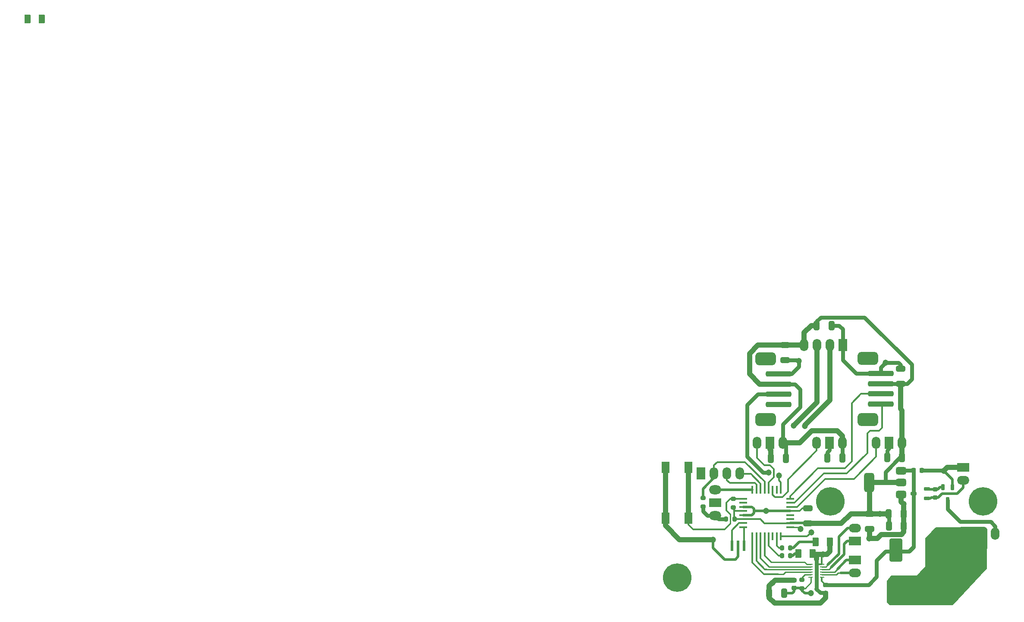
<source format=gbr>
%TF.GenerationSoftware,KiCad,Pcbnew,9.0.6*%
%TF.CreationDate,2026-01-16T11:33:55+01:00*%
%TF.ProjectId,Sumositoire_reborn,53756d6f-7369-4746-9f69-72655f726562,rev?*%
%TF.SameCoordinates,Original*%
%TF.FileFunction,Copper,L1,Top*%
%TF.FilePolarity,Positive*%
%FSLAX46Y46*%
G04 Gerber Fmt 4.6, Leading zero omitted, Abs format (unit mm)*
G04 Created by KiCad (PCBNEW 9.0.6) date 2026-01-16 11:33:55*
%MOMM*%
%LPD*%
G01*
G04 APERTURE LIST*
G04 Aperture macros list*
%AMRoundRect*
0 Rectangle with rounded corners*
0 $1 Rounding radius*
0 $2 $3 $4 $5 $6 $7 $8 $9 X,Y pos of 4 corners*
0 Add a 4 corners polygon primitive as box body*
4,1,4,$2,$3,$4,$5,$6,$7,$8,$9,$2,$3,0*
0 Add four circle primitives for the rounded corners*
1,1,$1+$1,$2,$3*
1,1,$1+$1,$4,$5*
1,1,$1+$1,$6,$7*
1,1,$1+$1,$8,$9*
0 Add four rect primitives between the rounded corners*
20,1,$1+$1,$2,$3,$4,$5,0*
20,1,$1+$1,$4,$5,$6,$7,0*
20,1,$1+$1,$6,$7,$8,$9,0*
20,1,$1+$1,$8,$9,$2,$3,0*%
G04 Aperture macros list end*
%TA.AperFunction,SMDPad,CuDef*%
%ADD10RoundRect,0.250000X-0.325000X-0.650000X0.325000X-0.650000X0.325000X0.650000X-0.325000X0.650000X0*%
%TD*%
%TA.AperFunction,WasherPad*%
%ADD11C,5.600000*%
%TD*%
%TA.AperFunction,SMDPad,CuDef*%
%ADD12RoundRect,0.200000X0.275000X-0.200000X0.275000X0.200000X-0.275000X0.200000X-0.275000X-0.200000X0*%
%TD*%
%TA.AperFunction,ComponentPad*%
%ADD13O,1.700000X2.400000*%
%TD*%
%TA.AperFunction,ComponentPad*%
%ADD14R,1.700000X2.400000*%
%TD*%
%TA.AperFunction,SMDPad,CuDef*%
%ADD15RoundRect,0.162500X0.447500X0.162500X-0.447500X0.162500X-0.447500X-0.162500X0.447500X-0.162500X0*%
%TD*%
%TA.AperFunction,SMDPad,CuDef*%
%ADD16RoundRect,0.250000X0.650000X-0.325000X0.650000X0.325000X-0.650000X0.325000X-0.650000X-0.325000X0*%
%TD*%
%TA.AperFunction,SMDPad,CuDef*%
%ADD17RoundRect,0.225000X-0.225000X-0.250000X0.225000X-0.250000X0.225000X0.250000X-0.225000X0.250000X0*%
%TD*%
%TA.AperFunction,SMDPad,CuDef*%
%ADD18RoundRect,0.200000X-0.275000X0.200000X-0.275000X-0.200000X0.275000X-0.200000X0.275000X0.200000X0*%
%TD*%
%TA.AperFunction,SMDPad,CuDef*%
%ADD19RoundRect,0.200000X-0.200000X-0.275000X0.200000X-0.275000X0.200000X0.275000X-0.200000X0.275000X0*%
%TD*%
%TA.AperFunction,SMDPad,CuDef*%
%ADD20R,0.600000X2.100000*%
%TD*%
%TA.AperFunction,SMDPad,CuDef*%
%ADD21RoundRect,0.250000X0.325000X0.650000X-0.325000X0.650000X-0.325000X-0.650000X0.325000X-0.650000X0*%
%TD*%
%TA.AperFunction,SMDPad,CuDef*%
%ADD22RoundRect,0.162500X-0.162500X0.447500X-0.162500X-0.447500X0.162500X-0.447500X0.162500X0.447500X0*%
%TD*%
%TA.AperFunction,SMDPad,CuDef*%
%ADD23RoundRect,0.250000X0.375000X0.625000X-0.375000X0.625000X-0.375000X-0.625000X0.375000X-0.625000X0*%
%TD*%
%TA.AperFunction,SMDPad,CuDef*%
%ADD24RoundRect,0.625000X1.375000X-0.625000X1.375000X0.625000X-1.375000X0.625000X-1.375000X-0.625000X0*%
%TD*%
%TA.AperFunction,SMDPad,CuDef*%
%ADD25RoundRect,0.250000X2.250000X-0.250000X2.250000X0.250000X-2.250000X0.250000X-2.250000X-0.250000X0*%
%TD*%
%TA.AperFunction,ComponentPad*%
%ADD26O,2.400000X1.800000*%
%TD*%
%TA.AperFunction,ComponentPad*%
%ADD27R,2.400000X1.800000*%
%TD*%
%TA.AperFunction,SMDPad,CuDef*%
%ADD28R,0.901500X0.289380*%
%TD*%
%TA.AperFunction,SMDPad,CuDef*%
%ADD29R,0.901500X0.289000*%
%TD*%
%TA.AperFunction,SMDPad,CuDef*%
%ADD30R,0.901500X0.279400*%
%TD*%
%TA.AperFunction,SMDPad,CuDef*%
%ADD31R,0.901500X0.290780*%
%TD*%
%TA.AperFunction,SMDPad,CuDef*%
%ADD32R,0.901500X0.290400*%
%TD*%
%TA.AperFunction,SMDPad,CuDef*%
%ADD33R,0.800050X4.400000*%
%TD*%
%TA.AperFunction,SMDPad,CuDef*%
%ADD34R,0.901500X0.290020*%
%TD*%
%TA.AperFunction,SMDPad,CuDef*%
%ADD35R,0.901500X0.288620*%
%TD*%
%TA.AperFunction,SMDPad,CuDef*%
%ADD36RoundRect,0.375000X0.625000X0.375000X-0.625000X0.375000X-0.625000X-0.375000X0.625000X-0.375000X0*%
%TD*%
%TA.AperFunction,SMDPad,CuDef*%
%ADD37RoundRect,0.500000X0.500000X1.400000X-0.500000X1.400000X-0.500000X-1.400000X0.500000X-1.400000X0*%
%TD*%
%TA.AperFunction,SMDPad,CuDef*%
%ADD38RoundRect,0.250000X-1.000000X2.000000X-1.000000X-2.000000X1.000000X-2.000000X1.000000X2.000000X0*%
%TD*%
%TA.AperFunction,SMDPad,CuDef*%
%ADD39R,1.500000X0.450000*%
%TD*%
%TA.AperFunction,SMDPad,CuDef*%
%ADD40R,0.450000X1.500000*%
%TD*%
%TA.AperFunction,SMDPad,CuDef*%
%ADD41R,1.500000X2.200000*%
%TD*%
%TA.AperFunction,SMDPad,CuDef*%
%ADD42RoundRect,0.250000X-0.650000X0.325000X-0.650000X-0.325000X0.650000X-0.325000X0.650000X0.325000X0*%
%TD*%
%TA.AperFunction,SMDPad,CuDef*%
%ADD43RoundRect,0.225000X0.250000X-0.225000X0.250000X0.225000X-0.250000X0.225000X-0.250000X-0.225000X0*%
%TD*%
%TA.AperFunction,SMDPad,CuDef*%
%ADD44RoundRect,0.250000X-0.375000X-0.625000X0.375000X-0.625000X0.375000X0.625000X-0.375000X0.625000X0*%
%TD*%
%TA.AperFunction,ComponentPad*%
%ADD45R,2.400000X1.700000*%
%TD*%
%TA.AperFunction,ComponentPad*%
%ADD46O,2.400000X1.700000*%
%TD*%
%TA.AperFunction,ViaPad*%
%ADD47C,1.200000*%
%TD*%
%TA.AperFunction,Conductor*%
%ADD48C,0.750000*%
%TD*%
%TA.AperFunction,Conductor*%
%ADD49C,0.350000*%
%TD*%
%TA.AperFunction,Conductor*%
%ADD50C,1.000000*%
%TD*%
%TA.AperFunction,Conductor*%
%ADD51C,0.500000*%
%TD*%
%TA.AperFunction,Conductor*%
%ADD52C,0.250000*%
%TD*%
%TA.AperFunction,Conductor*%
%ADD53C,0.200000*%
%TD*%
G04 APERTURE END LIST*
D10*
%TO.P,C7,1*%
%TO.N,+5V*%
X155785000Y-61430000D03*
%TO.P,C7,2*%
%TO.N,GND*%
X158735000Y-61430000D03*
%TD*%
D11*
%TO.P,H1,*%
%TO.N,*%
X128500000Y-111000000D03*
%TD*%
D12*
%TO.P,R3,1*%
%TO.N,+5V*%
X139500000Y-97150000D03*
%TO.P,R3,2*%
%TO.N,/BP_START*%
X139500000Y-95500000D03*
%TD*%
D13*
%TO.P,J1,1,Pin_1*%
%TO.N,/RXD*%
X140775000Y-90525000D03*
%TO.P,J1,2,Pin_2*%
%TO.N,/TXD*%
X138235000Y-90525000D03*
%TO.P,J1,3,Pin_3*%
%TO.N,/RST*%
X135695000Y-90525000D03*
D14*
%TO.P,J1,4,Pin_4*%
%TO.N,GND*%
X133155000Y-90525000D03*
%TD*%
D15*
%TO.P,S2,1,G*%
%TO.N,Net-(J12-Pin_2)*%
X177490000Y-95420000D03*
%TO.P,S2,2,S*%
%TO.N,Net-(S1-S)*%
X177490000Y-93520000D03*
%TO.P,S2,3,D*%
%TO.N,+BATT*%
X174870000Y-94470000D03*
%TD*%
D16*
%TO.P,C9,1*%
%TO.N,+5V*%
X172330000Y-72880000D03*
%TO.P,C9,2*%
%TO.N,GND*%
X172330000Y-69930000D03*
%TD*%
D11*
%TO.P,H2,*%
%TO.N,*%
X158500000Y-96000000D03*
%TD*%
D17*
%TO.P,C2,1*%
%TO.N,+BATT*%
X174900000Y-89890000D03*
%TO.P,C2,2*%
%TO.N,GND*%
X176450000Y-89890000D03*
%TD*%
D14*
%TO.P,J5,1,Pin_1*%
%TO.N,GND*%
X160990000Y-65270000D03*
D13*
%TO.P,J5,2,Pin_2*%
%TO.N,/ECHO*%
X158450000Y-65270000D03*
%TO.P,J5,3,Pin_3*%
%TO.N,/TRIGGER*%
X155910000Y-65270000D03*
%TO.P,J5,4,Pin_4*%
%TO.N,+5V*%
X153370000Y-65270000D03*
%TD*%
D18*
%TO.P,R11,1*%
%TO.N,Net-(S1-S)*%
X179070000Y-93615000D03*
%TO.P,R11,2*%
%TO.N,Net-(J12-Pin_2)*%
X179070000Y-95265000D03*
%TD*%
%TO.P,R2,1*%
%TO.N,Net-(U4-MODE)*%
X152922500Y-111429300D03*
%TO.P,R2,2*%
%TO.N,+5V*%
X152922500Y-113079300D03*
%TD*%
D12*
%TO.P,R1,1*%
%TO.N,~+5V*%
X133500000Y-97000000D03*
%TO.P,R1,2*%
%TO.N,/RST*%
X133500000Y-95350000D03*
%TD*%
D16*
%TO.P,C14,1*%
%TO.N,+5V*%
X154075000Y-100325000D03*
%TO.P,C14,2*%
%TO.N,GND*%
X154075000Y-97375000D03*
%TD*%
D19*
%TO.P,R5,1*%
%TO.N,~+5V*%
X138050000Y-99475000D03*
%TO.P,R5,2*%
%TO.N,+5V*%
X139700000Y-99475000D03*
%TD*%
D20*
%TO.P,Y1,1,1*%
%TO.N,/XT1*%
X139225000Y-104725000D03*
%TO.P,Y1,2,2*%
%TO.N,GND*%
X140425000Y-104725000D03*
%TO.P,Y1,3,3*%
%TO.N,/XT2*%
X141625000Y-104725000D03*
%TD*%
D11*
%TO.P,H3,*%
%TO.N,*%
X188500000Y-96000000D03*
%TD*%
D21*
%TO.P,C12,1*%
%TO.N,+5V*%
X149460000Y-114080000D03*
%TO.P,C12,2*%
%TO.N,GND*%
X146510000Y-114080000D03*
%TD*%
D22*
%TO.P,S1,1,G*%
%TO.N,GND*%
X182480000Y-93170000D03*
%TO.P,S1,2,S*%
%TO.N,Net-(S1-S)*%
X180580000Y-93170000D03*
%TO.P,S1,3,D*%
%TO.N,Net-(J11-Pin_1)*%
X181530000Y-95790000D03*
%TD*%
D21*
%TO.P,C6,1*%
%TO.N,+5V*%
X149800000Y-87550000D03*
%TO.P,C6,2*%
%TO.N,GND*%
X146850000Y-87550000D03*
%TD*%
D23*
%TO.P,D1,1,K*%
%TO.N,GND*%
X155040000Y-106270000D03*
%TO.P,D1,2,A*%
%TO.N,Net-(D1-A)*%
X152240000Y-106270000D03*
%TD*%
D24*
%TO.P,J13,*%
%TO.N,*%
X165887500Y-79880000D03*
X165887500Y-67880000D03*
D25*
%TO.P,J13,1,Pin_1*%
%TO.N,/CAPTLAVD*%
X168437500Y-76880000D03*
%TO.P,J13,2,Pin_2*%
%TO.N,/CAPTLAVG*%
X168437500Y-74880000D03*
%TO.P,J13,3,Pin_3*%
%TO.N,+5V*%
X168437500Y-72880000D03*
%TO.P,J13,4,Pin_4*%
%TO.N,GND*%
X168437500Y-70880000D03*
%TD*%
D19*
%TO.P,R10,1*%
%TO.N,/LED_VERTE*%
X149020000Y-105150000D03*
%TO.P,R10,2*%
%TO.N,Net-(D2-A)*%
X150670000Y-105150000D03*
%TD*%
D26*
%TO.P,U5,1,OUT*%
%TO.N,/REMOTE*%
X135900000Y-93725000D03*
D27*
%TO.P,U5,2,GND*%
%TO.N,GND*%
X135900000Y-96265000D03*
D26*
%TO.P,U5,3,Vs*%
%TO.N,~+5V*%
X135900000Y-98805000D03*
%TD*%
D21*
%TO.P,C8,1*%
%TO.N,+5V*%
X160895000Y-87430000D03*
%TO.P,C8,2*%
%TO.N,GND*%
X157945000Y-87430000D03*
%TD*%
D23*
%TO.P,D2,1,K*%
%TO.N,GND*%
X158420000Y-103970000D03*
%TO.P,D2,2,A*%
%TO.N,Net-(D2-A)*%
X155620000Y-103970000D03*
%TD*%
D28*
%TO.P,U4,1,VM*%
%TO.N,+BATT*%
X156934250Y-110873990D03*
D29*
%TO.P,U4,2,AOUT1*%
%TO.N,Net-(J3-Pin_2)*%
X156934250Y-110373800D03*
D30*
%TO.P,U4,3,AOUT2*%
%TO.N,Net-(J3-Pin_1)*%
X156934250Y-109878220D03*
D31*
%TO.P,U4,4,BOUT1*%
%TO.N,Net-(J4-Pin_1)*%
X156934250Y-109374690D03*
D32*
%TO.P,U4,5,BOUT2*%
%TO.N,Net-(J4-Pin_2)*%
X156934250Y-108874500D03*
D33*
%TO.P,U4,6,GND*%
%TO.N,GND*%
X155784975Y-109629300D03*
D34*
X156934250Y-108374310D03*
D30*
%TO.P,U4,7,BIN2/BEN*%
%TO.N,/BIN2*%
X154635750Y-108379620D03*
%TO.P,U4,8,BIN1/BPH*%
%TO.N,/BIN1*%
X154635750Y-108880000D03*
D31*
%TO.P,U4,9,AIN2/AEN*%
%TO.N,/AIN2*%
X154635750Y-109374690D03*
D35*
%TO.P,U4,10,AIN1/APH*%
%TO.N,/AIN1*%
X154635750Y-109873610D03*
D29*
%TO.P,U4,11,MODE*%
%TO.N,Net-(U4-MODE)*%
X154635750Y-110373800D03*
D30*
%TO.P,U4,12,VCC*%
%TO.N,+5V*%
X154635750Y-110878980D03*
%TD*%
D36*
%TO.P,U3,1,GND*%
%TO.N,GND*%
X172440000Y-94610000D03*
%TO.P,U3,2,VO*%
%TO.N,+5V*%
X172440000Y-92310000D03*
D37*
X166140000Y-92310000D03*
D36*
%TO.P,U3,3,VI*%
%TO.N,+BATT*%
X172440000Y-90010000D03*
%TD*%
D38*
%TO.P,C1,1*%
%TO.N,+BATT*%
X171410105Y-105550000D03*
%TO.P,C1,2*%
%TO.N,GND*%
X171410105Y-114050000D03*
%TD*%
D39*
%TO.P,U1,1,(3/OC2B/INT1)PD3*%
%TO.N,/BP_START*%
X141410000Y-95480000D03*
%TO.P,U1,2,(4/T0)PD4*%
%TO.N,unconnected-(U1-(4{slash}T0)PD4-Pad2)*%
X141410000Y-96280000D03*
%TO.P,U1,3,GND*%
%TO.N,GND*%
X141410000Y-97080000D03*
%TO.P,U1,4,VCC*%
%TO.N,+5V*%
X141410000Y-97880000D03*
%TO.P,U1,5,GND*%
%TO.N,GND*%
X141410000Y-98680000D03*
%TO.P,U1,6,VCC*%
%TO.N,+5V*%
X141410000Y-99480000D03*
%TO.P,U1,7,(XTAL1)PB6*%
%TO.N,/XT1*%
X141410000Y-100280000D03*
%TO.P,U1,8,(XTAL2)PB7*%
%TO.N,/XT2*%
X141410000Y-101080000D03*
D40*
%TO.P,U1,9,(5/OC0B/T1)PD5*%
%TO.N,/AIN1*%
X143210000Y-102880000D03*
%TO.P,U1,10,(6/OC0A/AIN0)PD6*%
%TO.N,/AIN2*%
X144010000Y-102880000D03*
%TO.P,U1,11,(7/AIN1)PD7*%
%TO.N,/BIN1*%
X144810000Y-102880000D03*
%TO.P,U1,12,(8)PB0*%
%TO.N,/BIN2*%
X145610000Y-102880000D03*
%TO.P,U1,13,(9/OC1A)PB1*%
%TO.N,/LED_BLEUE*%
X146410000Y-102880000D03*
%TO.P,U1,14,(10/OC1B/~{SS})PB2*%
%TO.N,unconnected-(U1-(10{slash}OC1B{slash}~{SS})PB2-Pad14)*%
X147210000Y-102880000D03*
%TO.P,U1,15,(11/OC2A/MOSI)PB3*%
%TO.N,/LED_VERTE*%
X148010000Y-102880000D03*
%TO.P,U1,16,(12/MISO)PB4*%
%TO.N,/ECHO*%
X148810000Y-102880000D03*
D39*
%TO.P,U1,17,(13/SCK)PB5*%
%TO.N,/TRIGGER*%
X150610000Y-101080000D03*
%TO.P,U1,18,AVCC*%
%TO.N,+5V*%
X150610000Y-100280000D03*
%TO.P,U1,19,(A6)ADC6*%
%TO.N,unconnected-(U1-(A6)ADC6-Pad19)*%
X150610000Y-99480000D03*
%TO.P,U1,20,AREF*%
%TO.N,unconnected-(U1-AREF-Pad20)*%
X150610000Y-98680000D03*
%TO.P,U1,21,GND*%
%TO.N,GND*%
X150610000Y-97880000D03*
%TO.P,U1,22,(A7)ADC7*%
%TO.N,/CAPT_INFRA_3*%
X150610000Y-97080000D03*
%TO.P,U1,23,(A0)PC0*%
%TO.N,/CAPTLAVD*%
X150610000Y-96280000D03*
%TO.P,U1,24,(A1)PC1*%
%TO.N,/CAPTLAVG*%
X150610000Y-95480000D03*
D40*
%TO.P,U1,25,(A2)PC2*%
%TO.N,/CAPTAR*%
X148810000Y-93680000D03*
%TO.P,U1,26,(A3)PC3*%
%TO.N,unconnected-(U1-(A3)PC3-Pad26)*%
X148010000Y-93680000D03*
%TO.P,U1,27,(SDA/A4)PC4*%
%TO.N,/CAPT_INFRA_2*%
X147210000Y-93680000D03*
%TO.P,U1,28,(SCL/A5)PC5*%
%TO.N,/CAPT_INFRA_1*%
X146410000Y-93680000D03*
%TO.P,U1,29,(~{RESET})PC6*%
%TO.N,/RST*%
X145610000Y-93680000D03*
%TO.P,U1,30,(0/RXD)PD0*%
%TO.N,/RXD*%
X144810000Y-93680000D03*
%TO.P,U1,31,(1/TXD)PD1*%
%TO.N,/TXD*%
X144010000Y-93680000D03*
%TO.P,U1,32,(2/INT0)PD2*%
%TO.N,/REMOTE*%
X143210000Y-93680000D03*
%TD*%
D13*
%TO.P,J11,1,Pin_1*%
%TO.N,Net-(J11-Pin_1)*%
X190875000Y-102325000D03*
D14*
%TO.P,J11,2,Pin_2*%
%TO.N,GND*%
X188335000Y-102325000D03*
%TD*%
D41*
%TO.P,SW1,1,1*%
%TO.N,GND*%
X126135000Y-99330000D03*
X126135000Y-89330000D03*
%TO.P,SW1,2,2*%
%TO.N,/BP_START*%
X130635000Y-99330000D03*
X130635000Y-89330000D03*
%TD*%
D42*
%TO.P,C4,1*%
%TO.N,+5V*%
X166189434Y-98439684D03*
%TO.P,C4,2*%
%TO.N,GND*%
X166189434Y-101389684D03*
%TD*%
%TO.P,C11,1*%
%TO.N,+5V*%
X149660000Y-65295000D03*
%TO.P,C11,2*%
%TO.N,GND*%
X149660000Y-68245000D03*
%TD*%
D10*
%TO.P,C3,1*%
%TO.N,+5V*%
X170000000Y-100829749D03*
%TO.P,C3,2*%
%TO.N,GND*%
X172950000Y-100829749D03*
%TD*%
D43*
%TO.P,C16,1*%
%TO.N,+5V*%
X151440862Y-113026783D03*
%TO.P,C16,2*%
%TO.N,GND*%
X151440862Y-111476783D03*
%TD*%
D10*
%TO.P,C13,1*%
%TO.N,+5V*%
X169989434Y-98459684D03*
%TO.P,C13,2*%
%TO.N,GND*%
X172939434Y-98459684D03*
%TD*%
D24*
%TO.P,J2,*%
%TO.N,*%
X145790000Y-79950000D03*
X145790000Y-67950000D03*
D25*
%TO.P,J2,1,Pin_1*%
%TO.N,unconnected-(J2-Pin_1-Pad1)*%
X148340000Y-76950000D03*
%TO.P,J2,2,Pin_2*%
%TO.N,/CAPTAR*%
X148340000Y-74950000D03*
%TO.P,J2,3,Pin_3*%
%TO.N,+5V*%
X148340000Y-72950000D03*
%TO.P,J2,4,Pin_4*%
%TO.N,GND*%
X148340000Y-70950000D03*
%TD*%
D44*
%TO.P,R6,1*%
%TO.N,unconnected-(R6-Pad1)*%
X945000Y-1195000D03*
%TO.P,R6,2*%
%TO.N,unconnected-(R6-Pad2)*%
X3745000Y-1195000D03*
%TD*%
D21*
%TO.P,C5,1*%
%TO.N,+5V*%
X172605000Y-87410000D03*
%TO.P,C5,2*%
%TO.N,GND*%
X169655000Y-87410000D03*
%TD*%
D19*
%TO.P,R9,1*%
%TO.N,/LED_BLEUE*%
X149010000Y-106660000D03*
%TO.P,R9,2*%
%TO.N,Net-(D1-A)*%
X150660000Y-106660000D03*
%TD*%
D43*
%TO.P,C15,1*%
%TO.N,GND*%
X157610000Y-114005000D03*
%TO.P,C15,2*%
%TO.N,+BATT*%
X157610000Y-112455000D03*
%TD*%
D45*
%TO.P,J4,1,Pin_1*%
%TO.N,Net-(J4-Pin_1)*%
X163375000Y-103800000D03*
D46*
%TO.P,J4,2,Pin_2*%
%TO.N,Net-(J4-Pin_2)*%
X163375000Y-101260000D03*
%TD*%
D45*
%TO.P,J3,1,Pin_1*%
%TO.N,Net-(J3-Pin_1)*%
X163380000Y-107550000D03*
D46*
%TO.P,J3,2,Pin_2*%
%TO.N,Net-(J3-Pin_2)*%
X163380000Y-110090000D03*
%TD*%
D13*
%TO.P,J7,1,Pin_1*%
%TO.N,+5V*%
X160900000Y-84500000D03*
D14*
%TO.P,J7,2,Pin_2*%
%TO.N,GND*%
X158360000Y-84500000D03*
D13*
%TO.P,J7,3,Pin_3*%
%TO.N,/CAPT_INFRA_2*%
X155820000Y-84500000D03*
%TD*%
%TO.P,J6,1,Pin_1*%
%TO.N,+5V*%
X149190000Y-84500000D03*
D14*
%TO.P,J6,2,Pin_2*%
%TO.N,GND*%
X146650000Y-84500000D03*
D13*
%TO.P,J6,3,Pin_3*%
%TO.N,/CAPT_INFRA_1*%
X144110000Y-84500000D03*
%TD*%
%TO.P,J8,1,Pin_1*%
%TO.N,+5V*%
X172610000Y-84500000D03*
D14*
%TO.P,J8,2,Pin_2*%
%TO.N,GND*%
X170070000Y-84500000D03*
D13*
%TO.P,J8,3,Pin_3*%
%TO.N,/CAPT_INFRA_3*%
X167530000Y-84500000D03*
%TD*%
D45*
%TO.P,J12,1,Pin_1*%
%TO.N,GND*%
X184600000Y-89300000D03*
D46*
%TO.P,J12,2,Pin_2*%
%TO.N,Net-(J12-Pin_2)*%
X184600000Y-91840000D03*
%TD*%
D47*
%TO.N,GND*%
X169350000Y-68720000D03*
X145910000Y-97880000D03*
X182160000Y-102320000D03*
X147160000Y-111980000D03*
X135490000Y-103575000D03*
X152350000Y-68420000D03*
X172915000Y-96550000D03*
X157120000Y-106460000D03*
X166130000Y-103270000D03*
X180800000Y-90000000D03*
X180250000Y-114290000D03*
%TO.N,+5V*%
X154720000Y-114080000D03*
X168280000Y-98439684D03*
%TO.N,/CAPTAR*%
X146437636Y-90338416D03*
X148400000Y-90920000D03*
%TO.N,/ECHO*%
X153510000Y-81170000D03*
X154790000Y-102060000D03*
%TO.N,/TRIGGER*%
X152670000Y-101410000D03*
X151350000Y-81090000D03*
%TD*%
D48*
%TO.N,+BATT*%
X166020000Y-112430000D02*
X157635000Y-112430000D01*
D49*
X156834020Y-111030000D02*
X156834020Y-111679020D01*
D48*
X173950000Y-105800000D02*
X174800000Y-104950000D01*
X174050000Y-105800000D02*
X171410105Y-105800000D01*
X167610000Y-110840000D02*
X166020000Y-112430000D01*
X174900000Y-94440000D02*
X174870000Y-94470000D01*
X172440000Y-90010000D02*
X172570000Y-89880000D01*
X171410105Y-105800000D02*
X169380000Y-105800000D01*
X174870000Y-104980000D02*
X174050000Y-105800000D01*
X169380000Y-105800000D02*
X167610000Y-107570000D01*
D49*
X156834020Y-111679020D02*
X157610000Y-112455000D01*
D48*
X167610000Y-107570000D02*
X167610000Y-110840000D01*
X171410105Y-105800000D02*
X173950000Y-105800000D01*
X157635000Y-112430000D02*
X157610000Y-112455000D01*
X172570000Y-89880000D02*
X174650000Y-89880000D01*
X174870000Y-94470000D02*
X174870000Y-104980000D01*
X174900000Y-90010000D02*
X174900000Y-94440000D01*
D50*
%TO.N,GND*%
X156580000Y-115980000D02*
X157610000Y-114950000D01*
D48*
X149660000Y-68245000D02*
X149665000Y-68250000D01*
X157945000Y-87430000D02*
X157945000Y-86318720D01*
X169350000Y-68720000D02*
X171890000Y-68720000D01*
D50*
X157610000Y-114950000D02*
X157610000Y-114005000D01*
D51*
X141410000Y-98680000D02*
X143090000Y-98680000D01*
D50*
X146510000Y-114080000D02*
X146510000Y-114930000D01*
X146510000Y-114930000D02*
X147560000Y-115980000D01*
D48*
X156550000Y-113980000D02*
X157585000Y-113980000D01*
D51*
X182480000Y-93170000D02*
X182480000Y-91680000D01*
D50*
X158420000Y-105840000D02*
X157800000Y-106460000D01*
X147560000Y-115980000D02*
X156580000Y-115980000D01*
D48*
X152350000Y-68420000D02*
X152350000Y-69530000D01*
D49*
X156834020Y-108180000D02*
X156834020Y-106745980D01*
D50*
X155040000Y-106270000D02*
X155180000Y-106410000D01*
D48*
X163610000Y-70880000D02*
X168437500Y-70880000D01*
D51*
X135490000Y-105165000D02*
X137750000Y-107425000D01*
D50*
X146510000Y-114080000D02*
X146510000Y-112630000D01*
X172939434Y-98459684D02*
X172939434Y-96574434D01*
D51*
X145910000Y-97880000D02*
X150610000Y-97880000D01*
D50*
X166189434Y-103039434D02*
X166189434Y-101389684D01*
D48*
X149665000Y-68250000D02*
X152180000Y-68250000D01*
X172330000Y-69160000D02*
X172330000Y-69930000D01*
X155785000Y-107795000D02*
X155785000Y-109629300D01*
D51*
X140425000Y-106875000D02*
X140425000Y-104725000D01*
X143510000Y-97460000D02*
X143510000Y-97880000D01*
D48*
X169655000Y-87410000D02*
X169655000Y-85995000D01*
X160960000Y-62140000D02*
X160960000Y-68230000D01*
D50*
X147160000Y-111980000D02*
X146960000Y-112180000D01*
D51*
X137750000Y-107425000D02*
X139875000Y-107425000D01*
D48*
X168437500Y-70880000D02*
X168437500Y-69632500D01*
D50*
X184600000Y-89300000D02*
X181500000Y-89300000D01*
D48*
X155760000Y-113180000D02*
X155760000Y-113190000D01*
D50*
X126135000Y-99330000D02*
X126135000Y-100785000D01*
D48*
X180690000Y-89890000D02*
X180800000Y-90000000D01*
D50*
X172440000Y-96075000D02*
X172915000Y-96550000D01*
X172950000Y-100829749D02*
X172950000Y-102024118D01*
D51*
X155785000Y-113155000D02*
X155760000Y-113180000D01*
D49*
X152545000Y-97880000D02*
X150610000Y-97880000D01*
D50*
X181500000Y-89300000D02*
X180800000Y-90000000D01*
D49*
X156834020Y-106745980D02*
X157120000Y-106460000D01*
D48*
X171890000Y-68720000D02*
X172330000Y-69160000D01*
X169655000Y-85995000D02*
X170070000Y-85580000D01*
D51*
X166189434Y-103210566D02*
X166130000Y-103270000D01*
D50*
X146850000Y-87550000D02*
X146875000Y-87525000D01*
D51*
X143510000Y-98260000D02*
X143510000Y-97880000D01*
D50*
X126135000Y-100785000D02*
X128925000Y-103575000D01*
X157070000Y-106410000D02*
X157120000Y-106460000D01*
X146875000Y-85955000D02*
X146650000Y-85730000D01*
D48*
X150930000Y-70950000D02*
X148340000Y-70950000D01*
X152180000Y-68250000D02*
X152350000Y-68420000D01*
D50*
X155780000Y-107390000D02*
X155780000Y-106410000D01*
D49*
X154075000Y-97375000D02*
X153050000Y-97375000D01*
D51*
X141410000Y-97080000D02*
X143130000Y-97080000D01*
D48*
X170070000Y-85580000D02*
X170070000Y-84500000D01*
D50*
X147160000Y-111980000D02*
X147663217Y-111476783D01*
D52*
X172950000Y-98470250D02*
X172939434Y-98459684D01*
D51*
X182480000Y-91680000D02*
X180800000Y-90000000D01*
D50*
X172950000Y-100829749D02*
X172950000Y-98470250D01*
D48*
X160960000Y-68230000D02*
X163610000Y-70880000D01*
D51*
X143090000Y-98680000D02*
X143510000Y-98260000D01*
D50*
X172950000Y-102024118D02*
X172484118Y-102490000D01*
D48*
X158360000Y-85903720D02*
X158360000Y-84500000D01*
D50*
X126135000Y-99330000D02*
X126135000Y-89330000D01*
D49*
X156830920Y-108350000D02*
X156189080Y-108350000D01*
D50*
X172484118Y-102490000D02*
X168510000Y-102490000D01*
X146510000Y-112630000D02*
X147160000Y-111980000D01*
D48*
X158735000Y-61430000D02*
X160250000Y-61430000D01*
X155760000Y-113190000D02*
X156550000Y-113980000D01*
D51*
X139875000Y-107425000D02*
X140425000Y-106875000D01*
D50*
X157800000Y-106460000D02*
X157120000Y-106460000D01*
D51*
X143130000Y-97080000D02*
X143510000Y-97460000D01*
D50*
X172440000Y-94610000D02*
X172440000Y-96075000D01*
X168510000Y-102490000D02*
X167750000Y-103250000D01*
D51*
X157585000Y-113980000D02*
X157610000Y-114005000D01*
X143510000Y-97880000D02*
X145910000Y-97880000D01*
D50*
X155180000Y-106410000D02*
X157070000Y-106410000D01*
D48*
X168437500Y-69632500D02*
X169350000Y-68720000D01*
D50*
X147663217Y-111476783D02*
X151440862Y-111476783D01*
D48*
X152350000Y-69530000D02*
X150930000Y-70950000D01*
X160250000Y-61430000D02*
X160960000Y-62140000D01*
D50*
X128925000Y-103575000D02*
X135490000Y-103575000D01*
D48*
X155785000Y-109629300D02*
X155785000Y-113155000D01*
D50*
X146875000Y-87525000D02*
X146875000Y-85955000D01*
D48*
X157945000Y-86318720D02*
X158360000Y-85903720D01*
D51*
X135490000Y-103575000D02*
X135490000Y-105165000D01*
D50*
X166150000Y-103250000D02*
X166130000Y-103270000D01*
D51*
X172939434Y-96574434D02*
X172915000Y-96550000D01*
D48*
X176450000Y-89890000D02*
X180690000Y-89890000D01*
D50*
X158420000Y-103970000D02*
X158420000Y-105840000D01*
D49*
X153050000Y-97375000D02*
X152545000Y-97880000D01*
D50*
X167750000Y-103250000D02*
X166150000Y-103250000D01*
X146650000Y-85730000D02*
X146650000Y-84500000D01*
D48*
%TO.N,+5V*%
X152620000Y-74020000D02*
X151550000Y-72950000D01*
X169969434Y-98439684D02*
X169989434Y-98459684D01*
X149775000Y-87525000D02*
X149775000Y-85085000D01*
D51*
X151060000Y-114080000D02*
X151440862Y-113699138D01*
D53*
X166140000Y-92310000D02*
X166189434Y-92359434D01*
D51*
X149460000Y-114080000D02*
X151060000Y-114080000D01*
D50*
X153370000Y-62850000D02*
X154790000Y-61430000D01*
D48*
X149800000Y-87550000D02*
X149775000Y-87525000D01*
D52*
X153582040Y-113079300D02*
X154735980Y-111925360D01*
D48*
X170000000Y-100829749D02*
X170000000Y-98470250D01*
X169370000Y-92310000D02*
X169370000Y-90230000D01*
D50*
X153370000Y-65270000D02*
X153350000Y-65290000D01*
X160900000Y-83170000D02*
X160900000Y-84500000D01*
D49*
X144760000Y-99480000D02*
X145580000Y-100300000D01*
D52*
X152922500Y-113079300D02*
X153582040Y-113079300D01*
D49*
X139500000Y-97150000D02*
X139625000Y-97275000D01*
D48*
X172190000Y-87410000D02*
X172605000Y-87410000D01*
D50*
X144310000Y-65290000D02*
X142650000Y-66950000D01*
X144640000Y-72950000D02*
X148340000Y-72950000D01*
X166140000Y-92310000D02*
X168830000Y-92310000D01*
D48*
X155795000Y-60655000D02*
X156630000Y-59820000D01*
X149775000Y-85085000D02*
X149190000Y-84500000D01*
X155795000Y-61690000D02*
X155795000Y-60655000D01*
D49*
X139700000Y-99475000D02*
X141405000Y-99475000D01*
D50*
X152530000Y-84500000D02*
X154890000Y-82140000D01*
D51*
X152922500Y-113512500D02*
X152922500Y-113079300D01*
D50*
X154075000Y-100325000D02*
X160675000Y-100325000D01*
X166189434Y-92359434D02*
X166189434Y-98439684D01*
X153370000Y-65270000D02*
X153370000Y-62850000D01*
X166189434Y-98439684D02*
X168280000Y-98439684D01*
X153350000Y-65290000D02*
X144310000Y-65290000D01*
D49*
X139625000Y-97275000D02*
X139625000Y-99400000D01*
X139625000Y-99400000D02*
X139700000Y-99475000D01*
D51*
X150610000Y-100280000D02*
X154030000Y-100280000D01*
D50*
X142650000Y-66950000D02*
X142650000Y-70960000D01*
D48*
X149190000Y-84500000D02*
X149190000Y-80870000D01*
D49*
X139500000Y-97525000D02*
X139500000Y-97150000D01*
X141410000Y-99480000D02*
X144760000Y-99480000D01*
D48*
X152620000Y-77440000D02*
X152620000Y-74020000D01*
D50*
X142650000Y-70960000D02*
X144640000Y-72950000D01*
X172605000Y-87410000D02*
X172605000Y-84505000D01*
D49*
X141405000Y-99475000D02*
X141410000Y-99480000D01*
D48*
X169370000Y-90230000D02*
X172190000Y-87410000D01*
D51*
X154030000Y-100280000D02*
X154075000Y-100325000D01*
D48*
X156630000Y-59820000D02*
X165220000Y-59820000D01*
D50*
X172610000Y-78110000D02*
X172330000Y-77830000D01*
D48*
X174520000Y-71930000D02*
X173570000Y-72880000D01*
X173570000Y-72880000D02*
X172330000Y-72880000D01*
D50*
X172330000Y-77830000D02*
X172330000Y-72880000D01*
X149190000Y-84500000D02*
X152530000Y-84500000D01*
D51*
X151440862Y-113699138D02*
X151440862Y-113026783D01*
X151440862Y-113026783D02*
X152869983Y-113026783D01*
D49*
X150590000Y-100300000D02*
X150610000Y-100280000D01*
D48*
X160895000Y-87430000D02*
X160895000Y-84505000D01*
D50*
X159870000Y-82140000D02*
X160900000Y-83170000D01*
X168280000Y-98439684D02*
X169969434Y-98439684D01*
D49*
X145580000Y-100300000D02*
X150590000Y-100300000D01*
D50*
X169370000Y-92310000D02*
X172440000Y-92310000D01*
D48*
X174520000Y-69120000D02*
X174520000Y-71930000D01*
X149190000Y-80870000D02*
X152620000Y-77440000D01*
X151550000Y-72950000D02*
X148340000Y-72950000D01*
D50*
X154790000Y-61430000D02*
X155785000Y-61430000D01*
D49*
X141410000Y-97880000D02*
X139855000Y-97880000D01*
D50*
X172610000Y-84500000D02*
X172610000Y-78110000D01*
D49*
X139855000Y-97880000D02*
X139500000Y-97525000D01*
D50*
X168830000Y-92310000D02*
X169370000Y-92310000D01*
X160675000Y-100325000D02*
X162560316Y-98439684D01*
D48*
X165220000Y-59820000D02*
X174520000Y-69120000D01*
D49*
X152869983Y-113026783D02*
X152922500Y-113079300D01*
D51*
X153490000Y-114080000D02*
X152922500Y-113512500D01*
D50*
X172605000Y-84505000D02*
X172610000Y-84500000D01*
D53*
X170000000Y-98470250D02*
X169989434Y-98459684D01*
D48*
X168437500Y-72880000D02*
X172330000Y-72880000D01*
D50*
X154890000Y-82140000D02*
X159870000Y-82140000D01*
X162560316Y-98439684D02*
X166189434Y-98439684D01*
D51*
X154720000Y-114080000D02*
X153490000Y-114080000D01*
D52*
X154735980Y-111925360D02*
X154735980Y-110878980D01*
D51*
%TO.N,Net-(D1-A)*%
X151180000Y-106660000D02*
X151570000Y-106270000D01*
X150660000Y-106660000D02*
X151180000Y-106660000D01*
X151570000Y-106270000D02*
X152240000Y-106270000D01*
%TO.N,Net-(D2-A)*%
X151220000Y-105150000D02*
X152400000Y-103970000D01*
X152400000Y-103970000D02*
X155620000Y-103970000D01*
X150670000Y-105150000D02*
X151220000Y-105150000D01*
D49*
%TO.N,/RXD*%
X140775000Y-90525000D02*
X140870000Y-90620000D01*
X144810000Y-92500000D02*
X144810000Y-93680000D01*
X142930000Y-90620000D02*
X144810000Y-92500000D01*
X140870000Y-90620000D02*
X142930000Y-90620000D01*
D51*
%TO.N,/RST*%
X133500000Y-93570000D02*
X135695000Y-91375000D01*
D49*
X136350000Y-88275000D02*
X141785000Y-88275000D01*
D51*
X135695000Y-91375000D02*
X135695000Y-90525000D01*
D49*
X145610000Y-92100000D02*
X145610000Y-93680000D01*
D51*
X133500000Y-95350000D02*
X133500000Y-93570000D01*
D49*
X135695000Y-88930000D02*
X136350000Y-88275000D01*
X135695000Y-90525000D02*
X135695000Y-88930000D01*
X141785000Y-88275000D02*
X145610000Y-92100000D01*
%TO.N,/TXD*%
X138750000Y-92360000D02*
X143690000Y-92360000D01*
X138235000Y-91845000D02*
X138750000Y-92360000D01*
X138235000Y-90525000D02*
X138235000Y-91845000D01*
X144010000Y-92680000D02*
X144010000Y-93680000D01*
X143690000Y-92360000D02*
X144010000Y-92680000D01*
%TO.N,/CAPTAR*%
X148400000Y-91870000D02*
X148810000Y-92280000D01*
X148400000Y-90920000D02*
X148400000Y-91870000D01*
D48*
X145288416Y-90338416D02*
X146437636Y-90338416D01*
X148340000Y-74950000D02*
X144260000Y-74950000D01*
X144260000Y-74950000D02*
X142190000Y-77020000D01*
X142190000Y-77020000D02*
X142190000Y-87240000D01*
X142190000Y-87240000D02*
X145288416Y-90338416D01*
D49*
X148810000Y-92280000D02*
X148810000Y-93680000D01*
D52*
%TO.N,Net-(J3-Pin_2)*%
X159721400Y-110378600D02*
X156834020Y-110378600D01*
X160520000Y-110100000D02*
X160000000Y-110100000D01*
X160000000Y-110100000D02*
X159721400Y-110378600D01*
D51*
X160520000Y-110100000D02*
X163350000Y-110100000D01*
%TO.N,Net-(J3-Pin_1)*%
X161650000Y-107560000D02*
X163350000Y-107560000D01*
D52*
X159930000Y-109285000D02*
X159336780Y-109878220D01*
X159930000Y-109280000D02*
X159930000Y-109285000D01*
D51*
X159930000Y-109280000D02*
X161650000Y-107560000D01*
D52*
X159336780Y-109878220D02*
X156834020Y-109878220D01*
D51*
%TO.N,Net-(J4-Pin_2)*%
X160190000Y-106330000D02*
X160190000Y-102951450D01*
D52*
X156834020Y-108880000D02*
X157650000Y-108880000D01*
X158040000Y-108490000D02*
X158040000Y-108480000D01*
D51*
X160190000Y-102951450D02*
X161881450Y-101260000D01*
D52*
X157650000Y-108880000D02*
X158040000Y-108490000D01*
D51*
X158040000Y-108480000D02*
X160190000Y-106330000D01*
X161881450Y-101260000D02*
X163375000Y-101260000D01*
D52*
%TO.N,Net-(J4-Pin_1)*%
X158720000Y-108930000D02*
X158720000Y-108920000D01*
D51*
X161850000Y-103800000D02*
X163375000Y-103800000D01*
X161230000Y-106420000D02*
X161230000Y-104420000D01*
X161230000Y-104420000D02*
X161850000Y-103800000D01*
D52*
X156834020Y-109380380D02*
X158269620Y-109380380D01*
D51*
X158720000Y-108920000D02*
X160950000Y-106690000D01*
D52*
X158269620Y-109380380D02*
X158720000Y-108930000D01*
X160950000Y-106690000D02*
X160960000Y-106690000D01*
D51*
X160960000Y-106690000D02*
X161230000Y-106420000D01*
D49*
%TO.N,/ECHO*%
X153970000Y-102880000D02*
X148810000Y-102880000D01*
D50*
X158420000Y-76140000D02*
X158420000Y-65270000D01*
D49*
X154790000Y-102060000D02*
X153970000Y-102880000D01*
D50*
X153520000Y-81040000D02*
X158420000Y-76140000D01*
D52*
%TO.N,/TRIGGER*%
X152670000Y-101370000D02*
X152380000Y-101080000D01*
D50*
X155880000Y-65270000D02*
X155880000Y-76560000D01*
D52*
X152670000Y-101410000D02*
X152670000Y-101370000D01*
X152380000Y-101080000D02*
X150610000Y-101080000D01*
D50*
X155880000Y-76560000D02*
X151350000Y-81090000D01*
D49*
%TO.N,/CAPT_INFRA_1*%
X146410000Y-92289173D02*
X147425000Y-91274173D01*
X144110000Y-87440000D02*
X144110000Y-84500000D01*
X145595000Y-88925000D02*
X144110000Y-87440000D01*
X146410000Y-93680000D02*
X146410000Y-92289173D01*
X146700000Y-88925000D02*
X145595000Y-88925000D01*
X147425000Y-89650000D02*
X146700000Y-88925000D01*
X147425000Y-91274173D02*
X147425000Y-89650000D01*
%TO.N,/CAPT_INFRA_2*%
X147680000Y-95190000D02*
X147210000Y-94720000D01*
X155820000Y-84500000D02*
X155820000Y-86050000D01*
X150220000Y-94060000D02*
X149090000Y-95190000D01*
X149090000Y-95190000D02*
X147680000Y-95190000D01*
X150220000Y-91650000D02*
X150220000Y-94060000D01*
X147210000Y-94720000D02*
X147210000Y-93680000D01*
X155820000Y-86050000D02*
X150220000Y-91650000D01*
%TO.N,/CAPT_INFRA_3*%
X150610000Y-97080000D02*
X152007500Y-97080000D01*
X163575000Y-91150000D02*
X163610000Y-91150000D01*
X167530000Y-87230000D02*
X167530000Y-84500000D01*
X152007500Y-97080000D02*
X157517500Y-91570000D01*
X163610000Y-91150000D02*
X167530000Y-87230000D01*
X163155000Y-91570000D02*
X163575000Y-91150000D01*
X157517500Y-91570000D02*
X163155000Y-91570000D01*
D48*
%TO.N,Net-(J11-Pin_1)*%
X189975000Y-99950000D02*
X190900000Y-100875000D01*
X190900000Y-102300000D02*
X190875000Y-102325000D01*
X183980000Y-99950000D02*
X189975000Y-99950000D01*
X181530000Y-97500000D02*
X183980000Y-99950000D01*
X181530000Y-95790000D02*
X181530000Y-97500000D01*
X190900000Y-100875000D02*
X190900000Y-102300000D01*
D51*
%TO.N,Net-(J12-Pin_2)*%
X179070000Y-95265000D02*
X178305000Y-95265000D01*
X178305000Y-95265000D02*
X178170000Y-95400000D01*
X180440000Y-94490000D02*
X179665000Y-95265000D01*
X179665000Y-95265000D02*
X179070000Y-95265000D01*
X183370000Y-94490000D02*
X180440000Y-94490000D01*
X184600000Y-93260000D02*
X183370000Y-94490000D01*
X178170000Y-95400000D02*
X177422500Y-95400000D01*
X184600000Y-91840000D02*
X184600000Y-93260000D01*
D49*
%TO.N,/CAPTLAVD*%
X165790000Y-82630000D02*
X165790000Y-86490000D01*
X151470000Y-96280000D02*
X150610000Y-96280000D01*
X161760000Y-90520000D02*
X157230000Y-90520000D01*
X168670000Y-77112500D02*
X168670000Y-81510000D01*
X168670000Y-81510000D02*
X168090000Y-82090000D01*
X157230000Y-90520000D02*
X151470000Y-96280000D01*
X168437500Y-76880000D02*
X168670000Y-77112500D01*
X165790000Y-86490000D02*
X161760000Y-90520000D01*
X166330000Y-82090000D02*
X165790000Y-82630000D01*
X168090000Y-82090000D02*
X166330000Y-82090000D01*
%TO.N,/CAPTLAVG*%
X164520000Y-74880000D02*
X168437500Y-74880000D01*
X156070000Y-89510000D02*
X161390000Y-89510000D01*
X162740000Y-76660000D02*
X164520000Y-74880000D01*
X150610000Y-94970000D02*
X156070000Y-89510000D01*
X162740000Y-88160000D02*
X162740000Y-76660000D01*
X161390000Y-89510000D02*
X162740000Y-88160000D01*
X150610000Y-95480000D02*
X150610000Y-94970000D01*
D52*
%TO.N,Net-(U4-MODE)*%
X153532740Y-110378600D02*
X154735980Y-110378600D01*
X152922500Y-111429300D02*
X152922500Y-110988840D01*
X152922500Y-110988840D02*
X153532740Y-110378600D01*
D49*
%TO.N,/BP_START*%
X130635000Y-100535000D02*
X130635000Y-99330000D01*
X138875000Y-100375000D02*
X137750000Y-101500000D01*
D52*
X138875000Y-100375000D02*
X138875000Y-98550000D01*
D49*
X131600000Y-101500000D02*
X130635000Y-100535000D01*
D50*
X130635000Y-89330000D02*
X130635000Y-99330000D01*
D49*
X138875000Y-98550000D02*
X138100000Y-97775000D01*
X139530000Y-95480000D02*
X141410000Y-95480000D01*
X138100000Y-97775000D02*
X138100000Y-96250000D01*
X138100000Y-96250000D02*
X138850000Y-95500000D01*
X138850000Y-95500000D02*
X139500000Y-95500000D01*
X137750000Y-101500000D02*
X131600000Y-101500000D01*
%TO.N,/LED_BLEUE*%
X146410000Y-104750000D02*
X148320000Y-106660000D01*
X148320000Y-106660000D02*
X149010000Y-106660000D01*
X146410000Y-102880000D02*
X146410000Y-104750000D01*
%TO.N,/LED_VERTE*%
X148460000Y-105150000D02*
X148010000Y-104700000D01*
X148010000Y-104700000D02*
X148010000Y-102880000D01*
X149020000Y-105150000D02*
X148460000Y-105150000D01*
D51*
%TO.N,Net-(S1-S)*%
X177532500Y-93615000D02*
X177420000Y-93502500D01*
X179070000Y-93615000D02*
X177532500Y-93615000D01*
X179070000Y-93615000D02*
X179565000Y-93615000D01*
X180010000Y-93170000D02*
X180580000Y-93170000D01*
X179565000Y-93615000D02*
X180010000Y-93170000D01*
D49*
%TO.N,/XT2*%
X141410000Y-101080000D02*
X141625000Y-101295000D01*
X141625000Y-101295000D02*
X141625000Y-104725000D01*
%TO.N,/XT1*%
X139225000Y-101650000D02*
X139225000Y-104725000D01*
X140595000Y-100280000D02*
X139225000Y-101650000D01*
X141410000Y-100280000D02*
X140595000Y-100280000D01*
D52*
%TO.N,/BIN1*%
X146490000Y-108880000D02*
X154735980Y-108880000D01*
D49*
X144810000Y-107200000D02*
X146115000Y-108505000D01*
D52*
X146490000Y-108880000D02*
X146115000Y-108505000D01*
D49*
X144810000Y-102880000D02*
X144810000Y-107200000D01*
X146115000Y-108505000D02*
X146330000Y-108720000D01*
%TO.N,/BIN2*%
X145610000Y-106657206D02*
X146883897Y-107931103D01*
D52*
X147685000Y-107930000D02*
X147683897Y-107931103D01*
X147683897Y-107931103D02*
X146883897Y-107931103D01*
D49*
X145610000Y-102880000D02*
X145610000Y-106657206D01*
D52*
X153919620Y-108379620D02*
X153470000Y-107930000D01*
X153470000Y-107930000D02*
X147685000Y-107930000D01*
X154735980Y-108379620D02*
X153919620Y-108379620D01*
D49*
%TO.N,/AIN1*%
X143210000Y-102880000D02*
X143210000Y-108060000D01*
D52*
X154735980Y-109878220D02*
X149701780Y-109878220D01*
X149280000Y-110300000D02*
X148304620Y-110300000D01*
D49*
X145450000Y-110300000D02*
X148304620Y-110300000D01*
D52*
X149701780Y-109878220D02*
X149280000Y-110300000D01*
D49*
X143210000Y-108060000D02*
X145450000Y-110300000D01*
D51*
%TO.N,/REMOTE*%
X143210000Y-93680000D02*
X135945000Y-93680000D01*
X135945000Y-93680000D02*
X135900000Y-93725000D01*
D49*
%TO.N,/AIN2*%
X145990380Y-109380380D02*
X145670380Y-109380380D01*
D52*
X154735980Y-109380380D02*
X145990380Y-109380380D01*
D49*
X145670380Y-109380380D02*
X144010000Y-107720000D01*
X144010000Y-107720000D02*
X144010000Y-102880000D01*
D48*
%TO.N,~+5V*%
X133500000Y-97000000D02*
X133500000Y-97950000D01*
X138050000Y-99475000D02*
X136570000Y-99475000D01*
X134355000Y-98805000D02*
X135900000Y-98805000D01*
X133500000Y-97950000D02*
X134355000Y-98805000D01*
X136570000Y-99475000D02*
X135900000Y-98805000D01*
%TD*%
%TA.AperFunction,Conductor*%
%TO.N,GND*%
G36*
X188909589Y-101042934D02*
G01*
X188924791Y-101054241D01*
X189259355Y-101345344D01*
X189297008Y-101404198D01*
X189301955Y-101440018D01*
X189231283Y-109202791D01*
X189210989Y-109269648D01*
X189198004Y-109286200D01*
X182583545Y-116383992D01*
X182523439Y-116419617D01*
X182492829Y-116423454D01*
X170213774Y-116423454D01*
X170146735Y-116403769D01*
X170123670Y-116384643D01*
X169677848Y-115913101D01*
X169646095Y-115850864D01*
X169643955Y-115828796D01*
X169614905Y-111752877D01*
X169634111Y-111685699D01*
X169640816Y-111676130D01*
X170479805Y-110591582D01*
X170536395Y-110550601D01*
X170577884Y-110543454D01*
X175544177Y-110543454D01*
X176748829Y-109202791D01*
X177116510Y-108793598D01*
X177124997Y-104401315D01*
X177125032Y-104398639D01*
X177148933Y-103394810D01*
X177170208Y-103328259D01*
X177179467Y-103316235D01*
X178346750Y-101978723D01*
X178353530Y-101971552D01*
X179207596Y-101137348D01*
X179269306Y-101104589D01*
X179293211Y-101102061D01*
X188842394Y-101023799D01*
X188909589Y-101042934D01*
G37*
%TD.AperFunction*%
%TD*%
M02*

</source>
